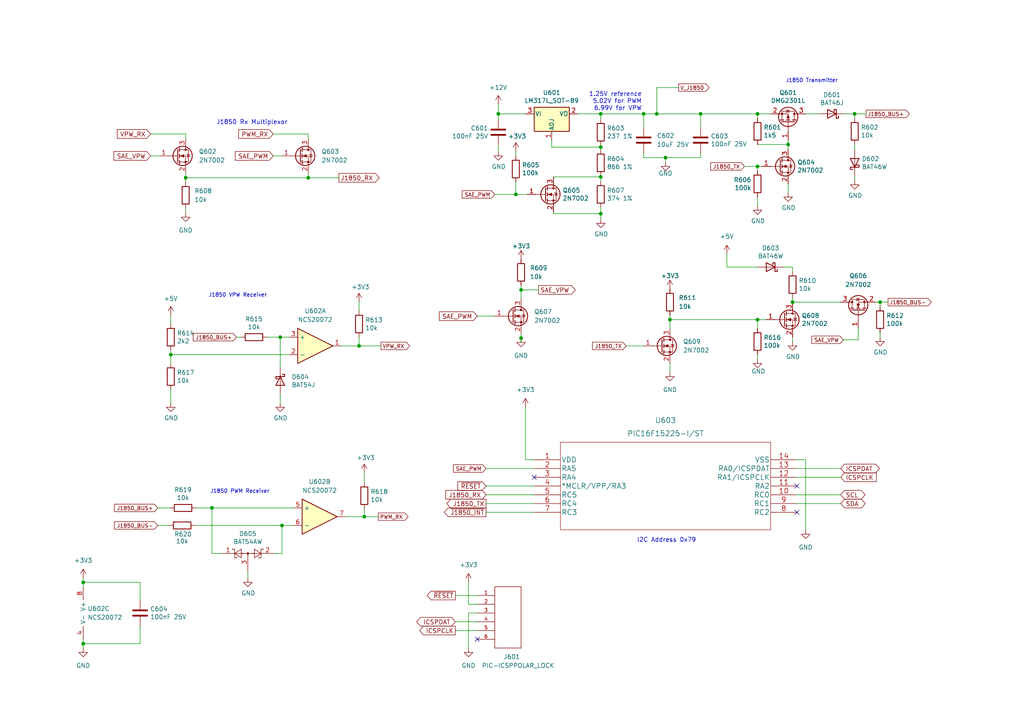
<source format=kicad_sch>
(kicad_sch (version 20211123) (generator eeschema)
  (paper "A4")
  (title_block (title "Vehicle CAN Collector") (date "2022-12-29") (rev "1") (company "Gavin Hurlbut"))
  (lib_symbols
    (symbol "Device:C" (pin_numbers hide) (pin_names (offset 0.254))
      (property "Reference" "C" (at 0.635 2.54 0))
      (property "Value" "C" (at 0.635 -2.54 0))
      (symbol "C_0_1"
        (polyline (pts (xy -2.032 -0.762) (xy 2.032 -0.762)) (stroke (width 0.508)))
        (polyline (pts (xy -2.032 0.762) (xy 2.032 0.762)) (stroke (width 0.508)))
      )
      (symbol "C_1_1"
        (pin passive line (at 0 3.81 270) (length 2.794) (name "~") (number "1"))
        (pin passive line (at 0 -3.81 90) (length 2.794) (name "~") (number "2"))
      )
    )
    (symbol "Device:Opamp_Dual"
      (property "Reference" "U" (at 0 5.08 0))
      (property "Value" "Opamp_Dual" (at 0 -5.08 0))
      (symbol "Opamp_Dual_1_1"
        (polyline (pts (xy -5.08 5.08) (xy 5.08 0) (xy -5.08 -5.08) (xy -5.08 5.08)) (stroke (width 0.254)) (fill (type background)))
        (pin output line (at 7.62 0 180) (length 2.54) (name "~") (number "1"))
        (pin input line (at -7.62 -2.54 0) (length 2.54) (name "-") (number "2"))
        (pin input line (at -7.62 2.54 0) (length 2.54) (name "+") (number "3"))
      )
      (symbol "Opamp_Dual_2_1"
        (polyline (pts (xy -5.08 5.08) (xy 5.08 0) (xy -5.08 -5.08) (xy -5.08 5.08)) (stroke (width 0.254)) (fill (type background)))
        (pin input line (at -7.62 2.54 0) (length 2.54) (name "+") (number "5"))
        (pin input line (at -7.62 -2.54 0) (length 2.54) (name "-") (number "6"))
        (pin output line (at 7.62 0 180) (length 2.54) (name "~") (number "7"))
      )
      (symbol "Opamp_Dual_3_1"
        (pin power_in line (at -2.54 -7.62 90) (length 3.81) (name "V-") (number "4"))
        (pin power_in line (at -2.54 7.62 270) (length 3.81) (name "V+") (number "8"))
      )
    )
    (symbol "Device:R" (pin_numbers hide) (pin_names (offset 0))
      (property "Reference" "R" (at 2.032 0 90))
      (property "Value" "R" (at 0 0 90))
      (symbol "R_0_1"
        (rectangle (start -1.016 -2.54) (end 1.016 2.54) (stroke (width 0.254)))
      )
      (symbol "R_1_1"
        (pin passive line (at 0 3.81 270) (length 1.27) (name "~") (number "1"))
        (pin passive line (at 0 -3.81 90) (length 1.27) (name "~") (number "2"))
      )
    )
    (symbol "Diode:BAT46" (pin_numbers hide) (pin_names (offset 1.016) hide)
      (property "Reference" "D" (at 0 2.54 0))
      (property "Value" "BAT46" (at 0 -2.54 0))
      (symbol "BAT46_0_1"
        (polyline (pts (xy 1.27 0) (xy -1.27 0)))
        (polyline (pts (xy 1.27 1.27) (xy 1.27 -1.27) (xy -1.27 0) (xy 1.27 1.27)) (stroke (width 0.254)))
        (polyline (pts (xy -1.905 0.635) (xy -1.905 1.27) (xy -1.27 1.27) (xy -1.27 -1.27) (xy -0.635 -1.27) (xy -0.635 -0.635)) (stroke (width 0.254)))
      )
      (symbol "BAT46_1_1"
        (pin passive line (at -3.81 0 0) (length 2.54) (name "K") (number "1"))
        (pin passive line (at 3.81 0 180) (length 2.54) (name "A") (number "2"))
      )
    )
    (symbol "Diode:BAT54AW" (pin_names (offset 1.016))
      (property "Reference" "D" (at 0.635 -3.81 0))
      (property "Value" "BAT54AW" (at -6.35 3.175 0))
      (symbol "BAT54AW_0_1"
        (polyline (pts (xy -4.445 1.27) (xy -4.445 1.016)))
        (polyline (pts (xy -3.81 -1.27) (xy -3.81 1.27)))
        (polyline (pts (xy -3.81 -1.27) (xy -3.175 -1.27)))
        (polyline (pts (xy -3.81 0) (xy -1.27 0)))
        (polyline (pts (xy -3.81 1.27) (xy -4.445 1.27)))
        (polyline (pts (xy -3.175 -1.27) (xy -3.175 -1.016)))
        (polyline (pts (xy -1.905 0) (xy 1.905 0)))
        (polyline (pts (xy 1.27 0) (xy 3.81 0)))
        (polyline (pts (xy 3.175 -1.27) (xy 3.175 -1.016)))
        (polyline (pts (xy 3.81 -1.27) (xy 3.175 -1.27)))
        (polyline (pts (xy 3.81 -1.27) (xy 3.81 1.27)))
        (polyline (pts (xy 3.81 1.27) (xy 4.445 1.27)))
        (polyline (pts (xy 4.445 1.27) (xy 4.445 1.016)))
        (polyline (pts (xy -1.905 1.27) (xy -1.905 -1.27) (xy -3.81 0) (xy -1.905 1.27)))
        (polyline (pts (xy 1.905 1.27) (xy 1.905 -1.27) (xy 3.81 0) (xy 1.905 1.27)))
        (circle (center 0 0) (radius 0.254) (fill (type outline)))
      )
      (symbol "BAT54AW_1_1"
        (pin passive line (at -7.62 0 0) (length 3.81) (name "~") (number "1"))
        (pin passive line (at 7.62 0 180) (length 3.81) (name "~") (number "2"))
        (pin passive line (at 0 -5.08 90) (length 5.08) (name "~") (number "3"))
      )
    )
    (symbol "Diode:BAT54J" (pin_numbers hide) (pin_names hide)
      (property "Reference" "D" (at 0 2.54 0))
      (property "Value" "BAT54J" (at 0 -2.54 0))
      (symbol "BAT54J_0_1"
        (polyline (pts (xy 1.27 0) (xy -1.27 0)))
        (polyline (pts (xy 1.27 1.27) (xy 1.27 -1.27) (xy -1.27 0) (xy 1.27 1.27)) (stroke (width 0.254)))
        (polyline (pts (xy -1.905 0.635) (xy -1.905 1.27) (xy -1.27 1.27) (xy -1.27 -1.27) (xy -0.635 -1.27) (xy -0.635 -0.635)) (stroke (width 0.254)))
      )
      (symbol "BAT54J_1_1"
        (pin passive line (at -3.81 0 0) (length 2.54) (name "K") (number "1"))
        (pin passive line (at 3.81 0 180) (length 2.54) (name "A") (number "2"))
      )
    )
    (symbol "Regulator_Linear:LM317L_SOT-89" (pin_names (offset 0.254))
      (property "Reference" "U" (at -3.81 3.175 0))
      (property "Value" "LM317L_SOT-89" (at 0 3.175 0))
      (symbol "LM317L_SOT-89_0_1"
        (rectangle (start -5.08 1.905) (end 5.08 -5.08) (stroke (width 0.254)) (fill (type background)))
      )
      (symbol "LM317L_SOT-89_1_1"
        (pin input line (at 0 -7.62 90) (length 2.54) (name "ADJ") (number "1"))
        (pin power_out line (at 7.62 0 180) (length 2.54) (name "VO") (number "2"))
        (pin power_in line (at -7.62 0 0) (length 2.54) (name "VI") (number "3"))
      )
    )
    (symbol "SparkFun-Connectors:PIC-ICSPPOLAR_LOCK" (pin_names (offset 1.016) hide)
      (property "Reference" "M" (at 2.54 10.16 0))
      (property "Value" "PIC-ICSPPOLAR_LOCK" (at -5.08 -12.7 0))
      (symbol "PIC-ICSPPOLAR_LOCK_1_0"
        (polyline (pts (xy -5.08 -10.16) (xy 2.54 -10.16)))
        (polyline (pts (xy -5.08 7.62) (xy -5.08 -10.16)))
        (polyline (pts (xy 2.54 -10.16) (xy 2.54 7.62)))
        (polyline (pts (xy 2.54 7.62) (xy -5.08 7.62)))
      )
      (symbol "PIC-ICSPPOLAR_LOCK_1_1"
        (pin bidirectional line (at 7.62 -7.62 180) (length 5.08) (name "PGM") (number "1"))
        (pin bidirectional line (at 7.62 -5.08 180) (length 5.08) (name "PGC") (number "2"))
        (pin bidirectional line (at 7.62 -2.54 180) (length 5.08) (name "PGD") (number "3"))
        (pin bidirectional line (at 7.62 0 180) (length 5.08) (name "GND") (number "4"))
        (pin bidirectional line (at 7.62 2.54 180) (length 5.08) (name "VCC") (number "5"))
        (pin bidirectional line (at 7.62 5.08 180) (length 5.08) (name "VPP") (number "6"))
      )
    )
    (symbol "Transistor_FET:2N7002" (pin_names hide)
      (property "Reference" "Q" (at 5.08 1.905 0))
      (property "Value" "2N7002" (at 5.08 0 0))
      (symbol "2N7002_0_1"
        (polyline (pts (xy 0.254 0) (xy -2.54 0)))
        (polyline (pts (xy 0.254 1.905) (xy 0.254 -1.905)) (stroke (width 0.254)))
        (polyline (pts (xy 0.762 -1.27) (xy 0.762 -2.286)) (stroke (width 0.254)))
        (polyline (pts (xy 0.762 0.508) (xy 0.762 -0.508)) (stroke (width 0.254)))
        (polyline (pts (xy 0.762 2.286) (xy 0.762 1.27)) (stroke (width 0.254)))
        (polyline (pts (xy 2.54 2.54) (xy 2.54 1.778)))
        (polyline (pts (xy 2.54 -2.54) (xy 2.54 0) (xy 0.762 0)))
        (polyline (pts (xy 0.762 -1.778) (xy 3.302 -1.778) (xy 3.302 1.778) (xy 0.762 1.778)))
        (polyline (pts (xy 1.016 0) (xy 2.032 0.381) (xy 2.032 -0.381) (xy 1.016 0)) (fill (type outline)))
        (polyline (pts (xy 2.794 0.508) (xy 2.921 0.381) (xy 3.683 0.381) (xy 3.81 0.254)))
        (polyline (pts (xy 3.302 0.381) (xy 2.921 -0.254) (xy 3.683 -0.254) (xy 3.302 0.381)))
        (circle (center 1.651 0) (radius 2.794) (stroke (width 0.254)))
        (circle (center 2.54 -1.778) (radius 0.254) (fill (type outline)))
        (circle (center 2.54 1.778) (radius 0.254) (fill (type outline)))
      )
      (symbol "2N7002_1_1"
        (pin input line (at -5.08 0 0) (length 2.54) (name "G") (number "1"))
        (pin passive line (at 2.54 -5.08 90) (length 2.54) (name "S") (number "2"))
        (pin passive line (at 2.54 5.08 270) (length 2.54) (name "D") (number "3"))
      )
    )
    (symbol "Transistor_FET:DMG2301L" (pin_names hide)
      (property "Reference" "Q" (at 5.08 1.905 0))
      (property "Value" "DMG2301L" (at 5.08 0 0))
      (symbol "DMG2301L_0_1"
        (polyline (pts (xy 0.254 0) (xy -2.54 0)))
        (polyline (pts (xy 0.254 1.905) (xy 0.254 -1.905)) (stroke (width 0.254)))
        (polyline (pts (xy 0.762 -1.27) (xy 0.762 -2.286)) (stroke (width 0.254)))
        (polyline (pts (xy 0.762 0.508) (xy 0.762 -0.508)) (stroke (width 0.254)))
        (polyline (pts (xy 0.762 2.286) (xy 0.762 1.27)) (stroke (width 0.254)))
        (polyline (pts (xy 2.54 2.54) (xy 2.54 1.778)))
        (polyline (pts (xy 2.54 -2.54) (xy 2.54 0) (xy 0.762 0)))
        (polyline (pts (xy 0.762 1.778) (xy 3.302 1.778) (xy 3.302 -1.778) (xy 0.762 -1.778)))
        (polyline (pts (xy 2.286 0) (xy 1.27 0.381) (xy 1.27 -0.381) (xy 2.286 0)) (fill (type outline)))
        (polyline (pts (xy 2.794 -0.508) (xy 2.921 -0.381) (xy 3.683 -0.381) (xy 3.81 -0.254)))
        (polyline (pts (xy 3.302 -0.381) (xy 2.921 0.254) (xy 3.683 0.254) (xy 3.302 -0.381)))
        (circle (center 1.651 0) (radius 2.794) (stroke (width 0.254)))
        (circle (center 2.54 -1.778) (radius 0.254) (fill (type outline)))
        (circle (center 2.54 1.778) (radius 0.254) (fill (type outline)))
      )
      (symbol "DMG2301L_1_1"
        (pin input line (at -5.08 0 0) (length 2.54) (name "G") (number "1"))
        (pin passive line (at 2.54 -5.08 90) (length 2.54) (name "S") (number "2"))
        (pin passive line (at 2.54 5.08 270) (length 2.54) (name "D") (number "3"))
      )
    )
    (symbol "UltraLibrarian:PIC16F15225-I{brace}slash}ST" (pin_names (offset 0.254))
      (property "Reference" "U" (at 38.1 10.16 0))
      (property "Value" "PIC16F15225-I{brace}slash}ST" (at 38.1 7.62 0))
      (symbol "PIC16F15225-I{brace}slash}ST_1_1"
        (polyline (pts (xy 7.62 -20.32) (xy 68.58 -20.32)) (stroke (width 0.127)))
        (polyline (pts (xy 7.62 5.08) (xy 7.62 -20.32)) (stroke (width 0.127)))
        (polyline (pts (xy 68.58 -20.32) (xy 68.58 5.08)) (stroke (width 0.127)))
        (polyline (pts (xy 68.58 5.08) (xy 7.62 5.08)) (stroke (width 0.127)))
        (pin power_in line (at 0 0 0) (length 7.62) (name "VDD") (number "1"))
        (pin bidirectional line (at 76.2 -10.16 180) (length 7.62) (name "RC0") (number "10"))
        (pin bidirectional line (at 76.2 -7.62 180) (length 7.62) (name "RA2") (number "11"))
        (pin bidirectional line (at 76.2 -5.08 180) (length 7.62) (name "RA1/ICSPCLK") (number "12"))
        (pin bidirectional line (at 76.2 -2.54 180) (length 7.62) (name "RA0/ICSPDAT") (number "13"))
        (pin power_in line (at 76.2 0 180) (length 7.62) (name "VSS") (number "14"))
        (pin bidirectional line (at 0 -2.54 0) (length 7.62) (name "RA5") (number "2"))
        (pin bidirectional line (at 0 -5.08 0) (length 7.62) (name "RA4") (number "3"))
        (pin bidirectional line (at 0 -7.62 0) (length 7.62) (name "*MCLR/VPP/RA3") (number "4"))
        (pin bidirectional line (at 0 -10.16 0) (length 7.62) (name "RC5") (number "5"))
        (pin bidirectional line (at 0 -12.7 0) (length 7.62) (name "RC4") (number "6"))
        (pin bidirectional line (at 0 -15.24 0) (length 7.62) (name "RC3") (number "7"))
        (pin bidirectional line (at 76.2 -15.24 180) (length 7.62) (name "RC2") (number "8"))
        (pin bidirectional line (at 76.2 -12.7 180) (length 7.62) (name "RC1") (number "9"))
      )
    )
    (symbol "power:+12V" (power) (pin_names (offset 0))
      (property "Value" "+12V" (at 0 3.556 0))
      (symbol "+12V_0_1"
        (polyline (pts (xy -0.762 1.27) (xy 0 2.54)))
        (polyline (pts (xy 0 0) (xy 0 2.54)))
        (polyline (pts (xy 0 2.54) (xy 0.762 1.27)))
      )
      (symbol "+12V_1_1"
        (pin power_in line (at 0 0 90) (length 0) hide (name "+12V") (number "1"))
      )
    )
    (symbol "power:+3V3" (power) (pin_names (offset 0))
      (property "Value" "+3V3" (at 0 3.556 0))
      (symbol "+3V3_0_1"
        (polyline (pts (xy -0.762 1.27) (xy 0 2.54)))
        (polyline (pts (xy 0 0) (xy 0 2.54)))
        (polyline (pts (xy 0 2.54) (xy 0.762 1.27)))
      )
      (symbol "+3V3_1_1"
        (pin power_in line (at 0 0 90) (length 0) hide (name "+3V3") (number "1"))
      )
    )
    (symbol "power:+5V" (power) (pin_names (offset 0))
      (property "Value" "+5V" (at 0 3.556 0))
      (symbol "+5V_0_1"
        (polyline (pts (xy -0.762 1.27) (xy 0 2.54)))
        (polyline (pts (xy 0 0) (xy 0 2.54)))
        (polyline (pts (xy 0 2.54) (xy 0.762 1.27)))
      )
      (symbol "+5V_1_1"
        (pin power_in line (at 0 0 90) (length 0) hide (name "+5V") (number "1"))
      )
    )
    (symbol "power:GND" (power) (pin_names (offset 0))
      (property "Value" "GND" (at 0 -3.81 0))
      (symbol "GND_0_1"
        (polyline (pts (xy 0 0) (xy 0 -1.27) (xy 1.27 -1.27) (xy 0 -2.54) (xy -1.27 -1.27) (xy 0 -1.27)))
      )
      (symbol "GND_1_1"
        (pin power_in line (at 0 0 270) (length 0) hide (name "GND") (number "1"))
      )
    )
  )
  (junction (at 81.28 97.79))
  (junction (at 219.71 92.71))
  (junction (at 190.5 33.02))
  (junction (at 24.13 186.69))
  (junction (at 255.27 87.63))
  (junction (at 174.244 51.308))
  (junction (at 24.13 168.91))
  (junction (at 149.606 56.388))
  (junction (at 61.468 147.32))
  (junction (at 151.13 98.044))
  (junction (at 174.244 33.02))
  (junction (at 144.526 33.02))
  (junction (at 219.71 33.02))
  (junction (at 247.904 33.02))
  (junction (at 193.04 45.72))
  (junction (at 151.13 84.074))
  (junction (at 89.408 51.562))
  (junction (at 104.14 100.33))
  (junction (at 105.664 149.86))
  (junction (at 49.53 102.87))
  (junction (at 194.31 92.71))
  (junction (at 203.2 33.02))
  (junction (at 174.244 42.672))
  (junction (at 229.87 87.63))
  (junction (at 219.71 48.26))
  (junction (at 186.69 33.02))
  (junction (at 228.6 41.91))
  (junction (at 81.788 152.4))
  (junction (at 174.244 61.976))
  (junction (at 53.848 51.562))
  (no_connect (at 154.94 138.43))
  (no_connect (at 138.43 185.42))
  (no_connect (at 231.14 148.59))
  (no_connect (at 231.14 140.97))
  (wire (pts (xy 105.664 139.954) (xy 105.664 137.16)))
  (wire (pts (xy 89.408 51.562) (xy 89.408 50.292)))
  (wire (pts (xy 174.244 42.164) (xy 174.244 42.672)))
  (wire (pts (xy 231.14 146.05) (xy 243.84 146.05)))
  (wire (pts (xy 43.688 45.212) (xy 46.228 45.212)))
  (wire (pts (xy 109.728 149.86) (xy 105.664 149.86)))
  (wire (pts (xy 174.244 63.5) (xy 174.244 61.976)))
  (wire (pts (xy 190.5 33.02) (xy 203.2 33.02)))
  (wire (pts (xy 152.4 118.11) (xy 152.4 133.35)))
  (wire (pts (xy 160.528 51.308) (xy 174.244 51.308)))
  (wire (pts (xy 219.71 57.15) (xy 219.71 59.69)))
  (wire (pts (xy 174.244 33.02) (xy 186.69 33.02)))
  (wire (pts (xy 228.6 53.34) (xy 228.6 55.88)))
  (wire (pts (xy 219.71 92.71) (xy 222.25 92.71)))
  (wire (pts (xy 194.31 91.44) (xy 194.31 92.71)))
  (wire (pts (xy 229.87 86.36) (xy 229.87 87.63)))
  (wire (pts (xy 81.28 97.79) (xy 83.82 97.79)))
  (wire (pts (xy 79.502 160.528) (xy 81.788 160.528)))
  (wire (pts (xy 233.68 153.67) (xy 233.68 133.35)))
  (wire (pts (xy 140.97 143.51) (xy 154.94 143.51)))
  (wire (pts (xy 167.64 33.02) (xy 174.244 33.02)))
  (wire (pts (xy 174.244 61.976) (xy 174.244 60.198)))
  (wire (pts (xy 104.14 100.33) (xy 104.14 97.79)))
  (wire (pts (xy 135.89 168.91) (xy 135.89 175.26)))
  (wire (pts (xy 219.71 41.91) (xy 228.6 41.91)))
  (wire (pts (xy 140.97 135.89) (xy 154.94 135.89)))
  (wire (pts (xy 247.904 33.02) (xy 251.206 33.02)))
  (wire (pts (xy 151.13 82.804) (xy 151.13 84.074)))
  (wire (pts (xy 49.53 113.03) (xy 49.53 116.84)))
  (wire (pts (xy 85.09 152.4) (xy 81.788 152.4)))
  (wire (pts (xy 61.468 160.528) (xy 61.468 147.32)))
  (wire (pts (xy 229.87 78.74) (xy 229.87 77.47)))
  (wire (pts (xy 149.606 43.942) (xy 149.606 45.212)))
  (wire (pts (xy 149.606 56.388) (xy 152.908 56.388)))
  (wire (pts (xy 215.9 48.26) (xy 219.71 48.26)))
  (wire (pts (xy 229.87 97.79) (xy 229.87 99.06)))
  (wire (pts (xy 140.97 148.59) (xy 154.94 148.59)))
  (wire (pts (xy 43.688 38.862) (xy 53.848 38.862)))
  (wire (pts (xy 40.64 173.99) (xy 40.64 168.91)))
  (wire (pts (xy 174.244 51.054) (xy 174.244 51.308)))
  (wire (pts (xy 24.13 186.69) (xy 24.13 187.96)))
  (wire (pts (xy 81.28 106.68) (xy 81.28 97.79)))
  (wire (pts (xy 143.51 56.388) (xy 149.606 56.388)))
  (wire (pts (xy 135.89 187.96) (xy 135.89 177.8)))
  (wire (pts (xy 254 87.63) (xy 255.27 87.63)))
  (wire (pts (xy 194.31 92.71) (xy 219.71 92.71)))
  (wire (pts (xy 203.2 33.02) (xy 203.2 36.83)))
  (wire (pts (xy 247.904 34.29) (xy 247.904 33.02)))
  (wire (pts (xy 219.71 48.26) (xy 220.98 48.26)))
  (wire (pts (xy 24.13 167.64) (xy 24.13 168.91)))
  (wire (pts (xy 40.64 168.91) (xy 24.13 168.91)))
  (wire (pts (xy 160.528 61.468) (xy 160.528 61.976)))
  (wire (pts (xy 210.82 77.47) (xy 219.71 77.47)))
  (wire (pts (xy 247.904 51.054) (xy 247.904 52.324)))
  (wire (pts (xy 231.14 135.89) (xy 243.84 135.89)))
  (wire (pts (xy 231.14 138.43) (xy 243.84 138.43)))
  (wire (pts (xy 186.69 44.45) (xy 186.69 45.72)))
  (wire (pts (xy 219.71 48.26) (xy 219.71 49.53)))
  (wire (pts (xy 219.71 102.87) (xy 219.71 104.14)))
  (wire (pts (xy 181.61 100.33) (xy 186.69 100.33)))
  (wire (pts (xy 104.14 100.33) (xy 110.49 100.33)))
  (wire (pts (xy 194.31 105.41) (xy 194.31 107.95)))
  (wire (pts (xy 45.72 147.32) (xy 49.276 147.32)))
  (wire (pts (xy 135.89 175.26) (xy 138.43 175.26)))
  (wire (pts (xy 160.02 42.672) (xy 174.244 42.672)))
  (wire (pts (xy 81.28 114.3) (xy 81.28 116.84)))
  (wire (pts (xy 174.244 42.672) (xy 174.244 43.434)))
  (wire (pts (xy 104.14 87.63) (xy 104.14 90.17)))
  (wire (pts (xy 210.82 73.66) (xy 210.82 77.47)))
  (wire (pts (xy 61.468 147.32) (xy 56.896 147.32)))
  (wire (pts (xy 244.602 98.552) (xy 248.92 98.552)))
  (wire (pts (xy 219.71 33.02) (xy 219.71 34.29)))
  (wire (pts (xy 233.68 33.02) (xy 237.49 33.02)))
  (wire (pts (xy 53.848 51.562) (xy 53.848 52.832)))
  (wire (pts (xy 135.89 177.8) (xy 138.43 177.8)))
  (wire (pts (xy 193.04 45.72) (xy 203.2 45.72)))
  (wire (pts (xy 49.53 102.87) (xy 49.53 105.41)))
  (wire (pts (xy 144.526 30.226) (xy 144.526 33.02)))
  (wire (pts (xy 174.244 51.308) (xy 174.244 52.578)))
  (wire (pts (xy 151.13 96.774) (xy 151.13 98.044)))
  (wire (pts (xy 228.6 41.91) (xy 228.6 43.18)))
  (wire (pts (xy 151.13 84.074) (xy 151.13 86.614)))
  (wire (pts (xy 100.33 149.86) (xy 105.664 149.86)))
  (wire (pts (xy 140.97 146.05) (xy 154.94 146.05)))
  (wire (pts (xy 53.848 51.562) (xy 89.408 51.562)))
  (wire (pts (xy 229.87 87.63) (xy 243.84 87.63)))
  (wire (pts (xy 99.06 100.33) (xy 104.14 100.33)))
  (wire (pts (xy 24.13 168.91) (xy 24.13 170.18)))
  (wire (pts (xy 105.664 147.574) (xy 105.664 149.86)))
  (wire (pts (xy 245.11 33.02) (xy 247.904 33.02)))
  (wire (pts (xy 255.27 97.79) (xy 255.27 96.52)))
  (wire (pts (xy 186.69 45.72) (xy 193.04 45.72)))
  (wire (pts (xy 49.53 91.44) (xy 49.53 93.98)))
  (wire (pts (xy 219.71 33.02) (xy 223.52 33.02)))
  (wire (pts (xy 203.2 45.72) (xy 203.2 44.45)))
  (wire (pts (xy 79.248 38.862) (xy 89.408 38.862)))
  (wire (pts (xy 255.27 87.63) (xy 257.556 87.63)))
  (wire (pts (xy 174.244 34.544) (xy 174.244 33.02)))
  (wire (pts (xy 219.71 92.71) (xy 219.71 95.25)))
  (wire (pts (xy 132.08 172.72) (xy 138.43 172.72)))
  (wire (pts (xy 144.526 34.544) (xy 144.526 33.02)))
  (wire (pts (xy 24.13 185.42) (xy 24.13 186.69)))
  (wire (pts (xy 89.408 51.562) (xy 98.298 51.562)))
  (wire (pts (xy 40.64 181.61) (xy 40.64 186.69)))
  (wire (pts (xy 231.14 143.51) (xy 243.84 143.51)))
  (wire (pts (xy 68.58 97.79) (xy 69.85 97.79)))
  (wire (pts (xy 151.13 84.074) (xy 156.21 84.074)))
  (wire (pts (xy 186.69 33.02) (xy 190.5 33.02)))
  (wire (pts (xy 79.248 45.212) (xy 81.788 45.212)))
  (wire (pts (xy 85.09 147.32) (xy 61.468 147.32)))
  (wire (pts (xy 53.848 38.862) (xy 53.848 40.132)))
  (wire (pts (xy 160.528 61.976) (xy 174.244 61.976)))
  (wire (pts (xy 194.31 92.71) (xy 194.31 95.25)))
  (wire (pts (xy 71.882 167.64) (xy 71.882 165.608)))
  (wire (pts (xy 149.606 52.832) (xy 149.606 56.388)))
  (wire (pts (xy 81.788 152.4) (xy 56.642 152.4)))
  (wire (pts (xy 138.43 91.694) (xy 143.51 91.694)))
  (wire (pts (xy 233.68 133.35) (xy 231.14 133.35)))
  (wire (pts (xy 49.53 102.87) (xy 83.82 102.87)))
  (wire (pts (xy 53.848 61.722) (xy 53.848 60.452)))
  (wire (pts (xy 196.85 25.4) (xy 190.5 25.4)))
  (wire (pts (xy 132.08 182.88) (xy 138.43 182.88)))
  (wire (pts (xy 248.92 98.552) (xy 248.92 95.25)))
  (wire (pts (xy 152.4 133.35) (xy 154.94 133.35)))
  (wire (pts (xy 228.6 40.64) (xy 228.6 41.91)))
  (wire (pts (xy 144.526 33.02) (xy 152.4 33.02)))
  (wire (pts (xy 190.5 25.4) (xy 190.5 33.02)))
  (wire (pts (xy 45.72 152.4) (xy 49.022 152.4)))
  (wire (pts (xy 77.47 97.79) (xy 81.28 97.79)))
  (wire (pts (xy 193.04 45.72) (xy 193.04 46.99)))
  (wire (pts (xy 64.262 160.528) (xy 61.468 160.528)))
  (wire (pts (xy 40.64 186.69) (xy 24.13 186.69)))
  (wire (pts (xy 160.02 40.64) (xy 160.02 42.672)))
  (wire (pts (xy 49.53 101.6) (xy 49.53 102.87)))
  (wire (pts (xy 247.904 41.91) (xy 247.904 43.434)))
  (wire (pts (xy 140.97 140.97) (xy 154.94 140.97)))
  (wire (pts (xy 89.408 38.862) (xy 89.408 40.132)))
  (wire (pts (xy 132.08 180.34) (xy 138.43 180.34)))
  (wire (pts (xy 151.13 98.044) (xy 151.13 99.314)))
  (wire (pts (xy 186.69 33.02) (xy 186.69 36.83)))
  (wire (pts (xy 203.2 33.02) (xy 219.71 33.02)))
  (wire (pts (xy 255.27 88.9) (xy 255.27 87.63)))
  (wire (pts (xy 144.526 43.942) (xy 144.526 42.164)))
  (wire (pts (xy 81.788 160.528) (xy 81.788 152.4)))
  (wire (pts (xy 229.87 77.47) (xy 227.33 77.47)))
  (wire (pts (xy 53.848 50.292) (xy 53.848 51.562)))
  (text "J1850 Transmitter" (at 227.838 24.13 0) (effects (font (size 1.0922 1.0922)) (justify left bottom)))
  (text "J1850 Rx Multiplexor" (at 62.738 36.322 0) (effects (font (size 1.27 1.27)) (justify left bottom)))
  (text "J1850 VPW Receiver" (at 77.47 86.36 180) (effects (font (size 1.0922 1.0922)) (justify right bottom)))
  (text "I2C Address 0x79" (at 201.93 157.48 180) (effects (font (size 1.27 1.27)) (justify right bottom)))
  (text "J1850 PWM Receiver" (at 78.232 143.256 180) (effects (font (size 1.0922 1.0922)) (justify right bottom)))
  (text "1.25V reference\n5.02V for PWM\n6.99V for VPW" (at 186.182 32.258 180) (effects (font (size 1.27 1.27)) (justify right bottom)))
  (global_label "SAE_VPW" (shape input) (at 43.688 45.212 180) (property "Intersheet References" "${INTERSHEET_REFS}" (effects hide)))
  (global_label "~{J1850_INT}" (shape output) (at 140.97 148.59 180) (property "Intersheet References" "${INTERSHEET_REFS}" (effects hide)))
  (global_label "SAE_PWM" (shape input) (at 79.248 45.212 180) (property "Intersheet References" "${INTERSHEET_REFS}" (effects hide)))
  (global_label "ICSPDAT" (shape bidirectional) (at 243.84 135.89 0) (property "Intersheet References" "${INTERSHEET_REFS}" (effects hide)))
  (global_label "J1850_RX" (shape input) (at 140.97 143.51 180) (property "Intersheet References" "${INTERSHEET_REFS}" (effects hide)))
  (global_label "ICSPCLK" (shape input) (at 243.84 138.43 0) (property "Intersheet References" "${INTERSHEET_REFS}" (effects hide)))
  (global_label "J1850_BUS+" (shape output) (at 251.206 33.02 0) (effects (font (size 1.0922 1.0922))) (property "Intersheet References" "${INTERSHEET_REFS}" (effects hide)))
  (global_label "SAE_VPW" (shape input) (at 244.602 98.552 180) (effects (font (size 1.0922 1.0922))) (property "Intersheet References" "${INTERSHEET_REFS}" (effects hide)))
  (global_label "ICSPCLK" (shape output) (at 132.08 182.88 180) (property "Intersheet References" "${INTERSHEET_REFS}" (effects hide)))
  (global_label "J1850_BUS+" (shape input) (at 45.72 147.32 180) (effects (font (size 1.0922 1.0922))) (property "Intersheet References" "${INTERSHEET_REFS}" (effects hide)))
  (global_label "~{RESET}" (shape output) (at 132.08 172.72 180) (property "Intersheet References" "${INTERSHEET_REFS}" (effects hide)))
  (global_label "SAE_PWM" (shape input) (at 140.97 135.89 180) (effects (font (size 1.0922 1.0922))) (property "Intersheet References" "${INTERSHEET_REFS}" (effects hide)))
  (global_label "J1850_TX" (shape input) (at 181.61 100.33 180) (effects (font (size 1.0922 1.0922))) (property "Intersheet References" "${INTERSHEET_REFS}" (effects hide)))
  (global_label "J1850_RX" (shape output) (at 98.298 51.562 0) (property "Intersheet References" "${INTERSHEET_REFS}" (effects hide)))
  (global_label "VPW_RX" (shape output) (at 110.49 100.33 0) (effects (font (size 1.0922 1.0922))) (property "Intersheet References" "${INTERSHEET_REFS}" (effects hide)))
  (global_label "SAE_PWM" (shape input) (at 138.43 91.694 180) (property "Intersheet References" "${INTERSHEET_REFS}" (effects hide)))
  (global_label "PWM_RX" (shape input) (at 79.248 38.862 180) (property "Intersheet References" "${INTERSHEET_REFS}" (effects hide)))
  (global_label "J1850_BUS-" (shape input) (at 45.72 152.4 180) (effects (font (size 1.0922 1.0922))) (property "Intersheet References" "${INTERSHEET_REFS}" (effects hide)))
  (global_label "ICSPDAT" (shape bidirectional) (at 132.08 180.34 180) (property "Intersheet References" "${INTERSHEET_REFS}" (effects hide)))
  (global_label "J1850_TX" (shape output) (at 140.97 146.05 180) (property "Intersheet References" "${INTERSHEET_REFS}" (effects hide)))
  (global_label "V_J1850" (shape output) (at 196.85 25.4 0) (effects (font (size 1.0922 1.0922))) (property "Intersheet References" "${INTERSHEET_REFS}" (effects hide)))
  (global_label "SDA" (shape bidirectional) (at 243.84 146.05 0) (property "Intersheet References" "${INTERSHEET_REFS}" (effects hide)))
  (global_label "PWM_RX" (shape output) (at 109.728 149.86 0) (effects (font (size 1.0922 1.0922))) (property "Intersheet References" "${INTERSHEET_REFS}" (effects hide)))
  (global_label "SAE_VPW" (shape output) (at 156.21 84.074 0) (property "Intersheet References" "${INTERSHEET_REFS}" (effects hide)))
  (global_label "~{RESET}" (shape input) (at 140.97 140.97 180) (property "Intersheet References" "${INTERSHEET_REFS}" (effects hide)))
  (global_label "J1850_TX" (shape input) (at 215.9 48.26 180) (effects (font (size 1.0922 1.0922))) (property "Intersheet References" "${INTERSHEET_REFS}" (effects hide)))
  (global_label "SAE_PWM" (shape input) (at 143.51 56.388 180) (effects (font (size 1.0922 1.0922))) (property "Intersheet References" "${INTERSHEET_REFS}" (effects hide)))
  (global_label "SCL" (shape bidirectional) (at 243.84 143.51 0) (property "Intersheet References" "${INTERSHEET_REFS}" (effects hide)))
  (global_label "J1850_BUS+" (shape input) (at 68.58 97.79 180) (effects (font (size 1.0922 1.0922))) (property "Intersheet References" "${INTERSHEET_REFS}" (effects hide)))
  (global_label "J1850_BUS-" (shape output) (at 257.556 87.63 0) (effects (font (size 1.0922 1.0922))) (property "Intersheet References" "${INTERSHEET_REFS}" (effects hide)))
  (global_label "VPW_RX" (shape input) (at 43.688 38.862 180) (property "Intersheet References" "${INTERSHEET_REFS}" (effects hide)))
  (symbol (lib_id "Device:R") (at 174.244 38.354 0) (unit 1)
    (property "Reference" "R603" (at 176.022 37.1856 0) (effects (justify left)))
    (property "Value" "237 1%" (at 176.022 39.497 0) (effects (justify left)))
    (property "Footprint" "Resistor_SMD:R_0805_2012Metric_Pad1.20x1.40mm_HandSolder" (effects hide))
  )
  (symbol (lib_id "Device:Opamp_Dual") (at 91.44 100.33 0) (unit 1)
    (property "Reference" "U602" (at 91.44 90.17 0))
    (property "Value" "NCS20072" (at 91.44 92.71 0))
    (property "Footprint" "Package_SO:TSSOP-8_4.4x3mm_P0.65mm" (effects hide))
  )
  (symbol (lib_id "Transistor_FET:2N7002") (at 227.33 92.71 0) (unit 1)
    (property "Reference" "Q608" (at 232.5116 91.5416 0) (effects (justify left)))
    (property "Value" "2N7002" (at 232.5116 93.853 0) (effects (justify left)))
    (property "Footprint" "Package_TO_SOT_SMD:SOT-23" (effects hide))
    (property "Datasheet" "https://www.onsemi.com/pub/Collateral/NDS7002A-D.PDF" (effects hide))
  )
  (symbol (lib_id "Diode:BAT46") (at 223.52 77.47 180) (unit 1)
    (property "Reference" "D603" (at 223.52 71.9582 0))
    (property "Value" "BAT46W" (at 223.52 74.2696 0))
    (property "Footprint" "Diode_SMD:D_SOD-123" (effects hide))
    (property "Datasheet" "http://www.vishay.com/docs/85662/bat46.pdf" (effects hide))
  )
  (symbol (lib_id "Regulator_Linear:LM317L_SOT-89") (at 160.02 33.02 0) (unit 1)
    (property "Reference" "U601" (at 160.02 26.8732 0))
    (property "Value" "LM317L_SOT-89" (at 160.02 29.1846 0))
    (property "Footprint" "Package_TO_SOT_SMD:SOT-89-3" (effects hide))
    (property "Datasheet" "http://www.ti.com/lit/ds/symlink/lm317l.pdf" (effects hide))
  )
  (symbol (lib_id "Device:R") (at 151.13 78.994 0) (unit 1)
    (property "Reference" "R609" (at 153.67 77.7239 0) (effects (justify left)))
    (property "Value" "10k" (at 153.67 80.2639 0) (effects (justify left)))
    (property "Footprint" "Resistor_SMD:R_0805_2012Metric_Pad1.20x1.40mm_HandSolder" (effects hide))
  )
  (symbol (lib_id "Device:R") (at 219.71 99.06 0) (unit 1)
    (property "Reference" "R616" (at 221.488 97.8916 0) (effects (justify left)))
    (property "Value" "100k" (at 221.488 100.203 0) (effects (justify left)))
    (property "Footprint" "Resistor_SMD:R_0805_2012Metric_Pad1.20x1.40mm_HandSolder" (effects hide))
  )
  (symbol (lib_id "Device:R") (at 105.664 143.764 180) (unit 1)
    (property "Reference" "R618" (at 107.442 142.5956 0) (effects (justify right)))
    (property "Value" "10k" (at 107.442 144.907 0) (effects (justify right)))
    (property "Footprint" "Resistor_SMD:R_0805_2012Metric_Pad1.20x1.40mm_HandSolder" (effects hide))
  )
  (symbol (lib_id "Diode:BAT54J") (at 81.28 110.49 270) (unit 1)
    (property "Reference" "D604" (at 84.5566 109.3216 90) (effects (justify left)))
    (property "Value" "BAT54J" (at 84.5566 111.633 90) (effects (justify left)))
    (property "Footprint" "Diode_SMD:D_SOD-123" (effects hide))
    (property "Datasheet" "https://assets.nexperia.com/documents/data-sheet/BAT54W_SER.pdf" (effects hide))
  )
  (symbol (lib_id "power:GND") (at 255.27 97.79 0) (unit 1)
    (property "Reference" "#PWR0614" (effects hide))
    (property "Value" "GND" (at 255.397 102.1842 0))
  )
  (symbol (lib_id "Device:C") (at 186.69 40.64 0) (unit 1)
    (property "Reference" "C602" (at 190.5 39.3699 0) (effects (justify left)))
    (property "Value" "10uF 25V" (at 190.5 41.9099 0) (effects (justify left)))
    (property "Footprint" "Capacitor_SMD:C_0805_2012Metric_Pad1.18x1.45mm_HandSolder" (effects hide))
  )
  (symbol (lib_id "power:+3V3") (at 135.89 168.91 0) (unit 1)
    (property "Reference" "#PWR0626" (effects hide))
    (property "Value" "+3V3" (at 135.89 163.83 0))
  )
  (symbol (lib_id "Device:R") (at 73.66 97.79 270) (unit 1)
    (property "Reference" "R615" (at 73.66 92.5322 90))
    (property "Value" "10k" (at 73.66 94.8436 90))
    (property "Footprint" "Resistor_SMD:R_0805_2012Metric_Pad1.20x1.40mm_HandSolder" (effects hide))
  )
  (symbol (lib_id "Device:R") (at 52.832 152.4 90) (unit 1)
    (property "Reference" "R620" (at 53.086 154.94 90))
    (property "Value" "10k" (at 52.832 156.972 90))
    (property "Footprint" "Resistor_SMD:R_0805_2012Metric_Pad1.20x1.40mm_HandSolder" (effects hide))
  )
  (symbol (lib_id "power:+5V") (at 210.82 73.66 0) (unit 1)
    (property "Reference" "#PWR0610" (effects hide))
    (property "Value" "+5V" (at 210.82 68.58 0))
  )
  (symbol (lib_id "power:+3V3") (at 149.606 43.942 0) (unit 1)
    (property "Reference" "#PWR0603" (effects hide))
    (property "Value" "+3V3" (at 149.987 39.5478 0))
  )
  (symbol (lib_id "Device:R") (at 194.31 87.63 0) (unit 1)
    (property "Reference" "R611" (at 196.85 86.3599 0) (effects (justify left)))
    (property "Value" "10k" (at 196.85 88.8999 0) (effects (justify left)))
    (property "Footprint" "Resistor_SMD:R_0805_2012Metric_Pad1.20x1.40mm_HandSolder" (effects hide))
  )
  (symbol (lib_id "power:GND") (at 135.89 187.96 0) (unit 1)
    (property "Reference" "#PWR0628" (effects hide))
    (property "Value" "GND" (at 135.89 193.04 0))
  )
  (symbol (lib_id "power:GND") (at 233.68 153.67 0) (unit 1)
    (property "Reference" "#PWR0623" (effects hide))
    (property "Value" "GND" (at 233.68 158.75 0))
  )
  (symbol (lib_id "power:+3V3") (at 104.14 87.63 0) (unit 1)
    (property "Reference" "#PWR0613" (effects hide))
    (property "Value" "+3V3" (at 104.521 83.2358 0))
  )
  (symbol (lib_id "Transistor_FET:DMG2301L") (at 228.6 35.56 270) (mirror x) (unit 1)
    (property "Reference" "Q601" (at 228.6 26.8732 90))
    (property "Value" "DMG2301L" (at 228.6 29.1846 90))
    (property "Footprint" "Package_TO_SOT_SMD:SOT-23" (effects hide))
    (property "Datasheet" "https://www.diodes.com/assets/Datasheets/DMG2301L.pdf" (effects hide))
  )
  (symbol (lib_id "power:+3V3") (at 194.31 83.82 0) (unit 1)
    (property "Reference" "#PWR0612" (effects hide))
    (property "Value" "+3V3" (at 194.31 80.01 0))
  )
  (symbol (lib_id "Device:R") (at 53.848 56.642 0) (unit 1)
    (property "Reference" "R608" (at 56.388 55.3719 0) (effects (justify left)))
    (property "Value" "10k" (at 56.388 57.9119 0) (effects (justify left)))
    (property "Footprint" "Resistor_SMD:R_0805_2012Metric_Pad1.20x1.40mm_HandSolder" (effects hide))
  )
  (symbol (lib_id "Device:R") (at 219.71 38.1 0) (unit 1)
    (property "Reference" "R601" (at 221.488 36.9316 0) (effects (justify left)))
    (property "Value" "1k5" (at 221.488 39.243 0) (effects (justify left)))
    (property "Footprint" "Resistor_SMD:R_0805_2012Metric_Pad1.20x1.40mm_HandSolder" (effects hide))
  )
  (symbol (lib_id "power:GND") (at 151.13 98.044 0) (unit 1)
    (property "Reference" "#PWR0615" (effects hide))
    (property "Value" "GND" (at 151.13 103.124 0))
  )
  (symbol (lib_id "power:GND") (at 219.71 104.14 0) (unit 1)
    (property "Reference" "#PWR0617" (effects hide))
    (property "Value" "GND" (at 219.964 107.696 0))
  )
  (symbol (lib_id "Diode:BAT54AW") (at 71.882 160.528 0) (unit 1)
    (property "Reference" "D605" (at 71.882 154.813 0))
    (property "Value" "BAT54AW" (at 71.882 157.1244 0))
    (property "Footprint" "Package_TO_SOT_SMD:SOT-323_SC-70" (effects hide))
    (property "Datasheet" "https://assets.nexperia.com/documents/data-sheet/BAT54W_SER.pdf" (effects hide))
  )
  (symbol (lib_id "power:GND") (at 219.71 59.69 0) (unit 1)
    (property "Reference" "#PWR0607" (effects hide))
    (property "Value" "GND" (at 219.837 64.0842 0))
  )
  (symbol (lib_id "power:+3V3") (at 152.4 118.11 0) (unit 1)
    (property "Reference" "#PWR0621" (effects hide))
    (property "Value" "+3V3" (at 152.4 113.03 0))
  )
  (symbol (lib_id "Device:C") (at 40.64 177.8 180) (unit 1)
    (property "Reference" "C604" (at 43.5356 176.6316 0) (effects (justify right)))
    (property "Value" "100nF 25V" (at 43.5356 178.943 0) (effects (justify right)))
    (property "Footprint" "Capacitor_SMD:C_0805_2012Metric_Pad1.18x1.45mm_HandSolder" (effects hide))
  )
  (symbol (lib_id "power:GND") (at 49.53 116.84 0) (unit 1)
    (property "Reference" "#PWR0619" (effects hide))
    (property "Value" "GND" (at 49.657 121.2342 0))
  )
  (symbol (lib_id "Transistor_FET:2N7002") (at 248.92 90.17 90) (unit 1)
    (property "Reference" "Q606" (at 248.92 80.01 90))
    (property "Value" "2N7002" (at 248.92 82.55 90))
    (property "Footprint" "Package_TO_SOT_SMD:SOT-23" (effects hide))
    (property "Datasheet" "https://www.onsemi.com/pub/Collateral/NDS7002A-D.PDF" (effects hide))
  )
  (symbol (lib_id "Transistor_FET:2N7002") (at 148.59 91.694 0) (unit 1)
    (property "Reference" "Q607" (at 154.94 90.4239 0) (effects (justify left)))
    (property "Value" "2N7002" (at 154.94 92.9639 0) (effects (justify left)))
    (property "Footprint" "Package_TO_SOT_SMD:SOT-23" (effects hide))
    (property "Datasheet" "https://www.onsemi.com/pub/Collateral/NDS7002A-D.PDF" (effects hide))
  )
  (symbol (lib_id "Transistor_FET:2N7002") (at 51.308 45.212 0) (unit 1)
    (property "Reference" "Q602" (at 57.658 43.9419 0) (effects (justify left)))
    (property "Value" "2N7002" (at 57.658 46.4819 0) (effects (justify left)))
    (property "Footprint" "Package_TO_SOT_SMD:SOT-23" (effects hide))
    (property "Datasheet" "https://www.onsemi.com/pub/Collateral/NDS7002A-D.PDF" (effects hide))
  )
  (symbol (lib_id "Diode:BAT46") (at 247.904 47.244 90) (unit 1)
    (property "Reference" "D602" (at 249.936 46.0756 90) (effects (justify right)))
    (property "Value" "BAT46W" (at 249.936 48.387 90) (effects (justify right)))
    (property "Footprint" "Diode_SMD:D_SOD-123" (effects hide))
    (property "Datasheet" "http://www.vishay.com/docs/85662/bat46.pdf" (effects hide))
  )
  (symbol (lib_id "Device:R") (at 49.53 109.22 0) (unit 1)
    (property "Reference" "R617" (at 51.308 108.0516 0) (effects (justify left)))
    (property "Value" "10k" (at 51.308 110.363 0) (effects (justify left)))
    (property "Footprint" "Resistor_SMD:R_0805_2012Metric_Pad1.20x1.40mm_HandSolder" (effects hide))
  )
  (symbol (lib_id "Transistor_FET:2N7002") (at 191.77 100.33 0) (unit 1)
    (property "Reference" "Q609" (at 198.12 99.0599 0) (effects (justify left)))
    (property "Value" "2N7002" (at 198.12 101.5999 0) (effects (justify left)))
    (property "Footprint" "Package_TO_SOT_SMD:SOT-23" (effects hide))
    (property "Datasheet" "https://www.onsemi.com/pub/Collateral/NDS7002A-D.PDF" (effects hide))
  )
  (symbol (lib_id "power:+3V3") (at 151.13 75.184 0) (unit 1)
    (property "Reference" "#PWR0611" (effects hide))
    (property "Value" "+3V3" (at 151.13 71.374 0))
  )
  (symbol (lib_id "power:GND") (at 193.04 46.99 0) (unit 1)
    (property "Reference" "#PWR0604" (effects hide))
    (property "Value" "GND" (at 193.04 50.292 0))
  )
  (symbol (lib_id "power:GND") (at 228.6 55.88 0) (unit 1)
    (property "Reference" "#PWR0606" (effects hide))
    (property "Value" "GND" (at 228.727 60.2742 0))
  )
  (symbol (lib_id "power:+3V3") (at 105.664 137.16 0) (unit 1)
    (property "Reference" "#PWR0622" (effects hide))
    (property "Value" "+3V3" (at 106.045 132.7658 0))
  )
  (symbol (lib_id "Device:R") (at 255.27 92.71 0) (unit 1)
    (property "Reference" "R612" (at 257.048 91.5416 0) (effects (justify left)))
    (property "Value" "100k" (at 257.048 93.853 0) (effects (justify left)))
    (property "Footprint" "Resistor_SMD:R_0805_2012Metric_Pad1.20x1.40mm_HandSolder" (effects hide))
  )
  (symbol (lib_id "Device:R") (at 49.53 97.79 0) (unit 1)
    (property "Reference" "R614" (at 51.308 96.6216 0) (effects (justify left)))
    (property "Value" "2k2" (at 51.308 98.933 0) (effects (justify left)))
    (property "Footprint" "Resistor_SMD:R_0805_2012Metric_Pad1.20x1.40mm_HandSolder" (effects hide))
  )
  (symbol (lib_id "Transistor_FET:2N7002") (at 226.06 48.26 0) (unit 1)
    (property "Reference" "Q604" (at 231.2416 47.0916 0) (effects (justify left)))
    (property "Value" "2N7002" (at 231.2416 49.403 0) (effects (justify left)))
    (property "Footprint" "Package_TO_SOT_SMD:SOT-23" (effects hide))
    (property "Datasheet" "https://www.onsemi.com/pub/Collateral/NDS7002A-D.PDF" (effects hide))
  )
  (symbol (lib_id "UltraLibrarian:PIC16F15225-I{brace}slash}ST") (at 154.94 133.35 0) (unit 1)
    (property "Reference" "U603" (at 193.04 121.92 0) (effects (font (size 1.524 1.524))))
    (property "Value" "PIC16F15225-I{slash}ST" (at 193.04 125.73 0) (effects (font (size 1.524 1.524))))
    (property "Footprint" "UltraLibrarian:PIC16F15225-I&slash_ST" (effects hide))
  )
  (symbol (lib_id "power:GND") (at 229.87 99.06 0) (unit 1)
    (property "Reference" "#PWR0616" (effects hide))
    (property "Value" "GND" (at 229.997 103.4542 0))
  )
  (symbol (lib_id "power:GND") (at 247.904 52.324 0) (unit 1)
    (property "Reference" "#PWR0605" (effects hide))
    (property "Value" "GND" (at 248.031 56.7182 0))
  )
  (symbol (lib_id "Device:Opamp_Dual") (at 92.71 149.86 0) (unit 2)
    (property "Reference" "U602" (at 92.71 139.7 0))
    (property "Value" "NCS20072" (at 92.71 142.24 0))
    (property "Footprint" "Package_SO:TSSOP-8_4.4x3mm_P0.65mm" (effects hide))
  )
  (symbol (lib_id "Device:R") (at 229.87 82.55 0) (unit 1)
    (property "Reference" "R610" (at 231.648 81.3816 0) (effects (justify left)))
    (property "Value" "10k" (at 231.648 83.693 0) (effects (justify left)))
    (property "Footprint" "Resistor_SMD:R_0805_2012Metric_Pad1.20x1.40mm_HandSolder" (effects hide))
  )
  (symbol (lib_id "Transistor_FET:2N7002") (at 86.868 45.212 0) (unit 1)
    (property "Reference" "Q603" (at 93.218 43.9419 0) (effects (justify left)))
    (property "Value" "2N7002" (at 93.218 46.4819 0) (effects (justify left)))
    (property "Footprint" "Package_TO_SOT_SMD:SOT-23" (effects hide))
    (property "Datasheet" "https://www.onsemi.com/pub/Collateral/NDS7002A-D.PDF" (effects hide))
  )
  (symbol (lib_id "Diode:BAT46") (at 241.3 33.02 180) (unit 1)
    (property "Reference" "D601" (at 241.3 27.5082 0))
    (property "Value" "BAT46J" (at 241.3 29.8196 0))
    (property "Footprint" "Diode_SMD:D_SOD-123" (effects hide))
    (property "Datasheet" "http://www.vishay.com/docs/85662/bat46.pdf" (effects hide))
  )
  (symbol (lib_id "Device:R") (at 174.244 56.388 0) (unit 1)
    (property "Reference" "R607" (at 176.022 55.2196 0) (effects (justify left)))
    (property "Value" "374 1%" (at 176.022 57.531 0) (effects (justify left)))
    (property "Footprint" "Resistor_SMD:R_0805_2012Metric_Pad1.20x1.40mm_HandSolder" (effects hide))
  )
  (symbol (lib_id "power:+12V") (at 144.526 30.226 0) (unit 1)
    (property "Reference" "#PWR0601" (effects hide))
    (property "Value" "+12V" (at 144.526 25.4 0))
  )
  (symbol (lib_id "power:GND") (at 194.31 107.95 0) (unit 1)
    (property "Reference" "#PWR0618" (effects hide))
    (property "Value" "GND" (at 194.31 113.03 0))
  )
  (symbol (lib_id "Transistor_FET:2N7002") (at 157.988 56.388 0) (unit 1)
    (property "Reference" "Q605" (at 163.1696 55.2196 0) (effects (justify left)))
    (property "Value" "2N7002" (at 163.1696 57.531 0) (effects (justify left)))
    (property "Footprint" "Package_TO_SOT_SMD:SOT-23" (effects hide))
    (property "Datasheet" "https://www.onsemi.com/pub/Collateral/NDS7002A-D.PDF" (effects hide))
  )
  (symbol (lib_id "power:GND") (at 71.882 167.64 0) (unit 1)
    (property "Reference" "#PWR0625" (effects hide))
    (property "Value" "GND" (at 72.009 172.0342 0))
  )
  (symbol (lib_id "Device:C") (at 203.2 40.64 0) (unit 1)
    (property "Reference" "C603" (at 206.121 39.4716 0) (effects (justify left)))
    (property "Value" "100nF 25V" (at 206.121 41.783 0) (effects (justify left)))
    (property "Footprint" "Capacitor_SMD:C_0805_2012Metric_Pad1.18x1.45mm_HandSolder" (effects hide))
  )
  (symbol (lib_id "SparkFun-Connectors:PIC-ICSPPOLAR_LOCK") (at 146.05 180.34 180) (unit 1)
    (property "Reference" "J601" (at 146.05 190.5 0) (effects (justify right)))
    (property "Value" "PIC-ICSPPOLAR_LOCK" (at 139.7 193.04 0) (effects (justify right)))
    (property "Footprint" "SparkFun-Connectors:MOLEX-1X6" (effects hide))
  )
  (symbol (lib_id "Device:R") (at 247.904 38.1 0) (unit 1)
    (property "Reference" "R602" (at 249.682 36.9316 0) (effects (justify left)))
    (property "Value" "10k" (at 249.682 39.243 0) (effects (justify left)))
    (property "Footprint" "Resistor_SMD:R_0805_2012Metric_Pad1.20x1.40mm_HandSolder" (effects hide))
  )
  (symbol (lib_id "Device:R") (at 219.71 53.34 0) (mirror y) (unit 1)
    (property "Reference" "R606" (at 217.932 52.1716 0) (effects (justify left)))
    (property "Value" "100k" (at 217.932 54.483 0) (effects (justify left)))
    (property "Footprint" "Resistor_SMD:R_0805_2012Metric_Pad1.20x1.40mm_HandSolder" (effects hide))
  )
  (symbol (lib_id "Device:R") (at 149.606 49.022 0) (unit 1)
    (property "Reference" "R605" (at 151.384 47.8536 0) (effects (justify left)))
    (property "Value" "100k" (at 151.384 50.165 0) (effects (justify left)))
    (property "Footprint" "Resistor_SMD:R_0805_2012Metric_Pad1.20x1.40mm_HandSolder" (effects hide))
  )
  (symbol (lib_id "Device:C") (at 144.526 38.354 0) (mirror x) (unit 1)
    (property "Reference" "C601" (at 141.6304 37.1856 0) (effects (justify right)))
    (property "Value" "100nF 25V" (at 141.6304 39.497 0) (effects (justify right)))
    (property "Footprint" "Capacitor_SMD:C_0805_2012Metric_Pad1.18x1.45mm_HandSolder" (effects hide))
  )
  (symbol (lib_id "Device:R") (at 104.14 93.98 0) (unit 1)
    (property "Reference" "R613" (at 105.918 92.8116 0) (effects (justify left)))
    (property "Value" "10k" (at 105.918 95.123 0) (effects (justify left)))
    (property "Footprint" "Resistor_SMD:R_0805_2012Metric_Pad1.20x1.40mm_HandSolder" (effects hide))
  )
  (symbol (lib_id "power:+3V3") (at 24.13 167.64 0) (unit 1)
    (property "Reference" "#PWR0624" (effects hide))
    (property "Value" "+3V3" (at 24.13 162.56 0))
  )
  (symbol (lib_id "Device:Opamp_Dual") (at 26.67 177.8 0) (unit 3)
    (property "Reference" "U602" (at 25.4 176.5299 0) (effects (justify left)))
    (property "Value" "NCS20072" (at 25.4 179.0699 0) (effects (justify left)))
    (property "Footprint" "Package_SO:TSSOP-8_4.4x3mm_P0.65mm" (effects hide))
  )
  (symbol (lib_id "power:GND") (at 174.244 63.5 0) (unit 1)
    (property "Reference" "#PWR0609" (effects hide))
    (property "Value" "GND" (at 174.371 67.8942 0))
  )
  (symbol (lib_id "power:GND") (at 81.28 116.84 0) (unit 1)
    (property "Reference" "#PWR0620" (effects hide))
    (property "Value" "GND" (at 81.407 121.2342 0))
  )
  (symbol (lib_id "power:GND") (at 144.526 43.942 0) (unit 1)
    (property "Reference" "#PWR0602" (effects hide))
    (property "Value" "GND" (at 144.653 48.3362 0))
  )
  (symbol (lib_id "Device:R") (at 174.244 47.244 0) (unit 1)
    (property "Reference" "R604" (at 176.022 46.0756 0) (effects (justify left)))
    (property "Value" "866 1%" (at 176.022 48.387 0) (effects (justify left)))
    (property "Footprint" "Resistor_SMD:R_0805_2012Metric_Pad1.20x1.40mm_HandSolder" (effects hide))
  )
  (symbol (lib_id "power:GND") (at 53.848 61.722 0) (unit 1)
    (property "Reference" "#PWR0608" (effects hide))
    (property "Value" "GND" (at 53.848 66.802 0))
  )
  (symbol (lib_id "power:GND") (at 24.13 187.96 0) (unit 1)
    (property "Reference" "#PWR0627" (effects hide))
    (property "Value" "GND" (at 24.13 193.04 0))
  )
  (symbol (lib_id "power:+5V") (at 49.53 91.44 0) (unit 1)
    (property "Reference" "#PWR0106" (effects hide))
    (property "Value" "+5V" (at 49.53 86.614 0))
  )
  (symbol (lib_id "Device:R") (at 53.086 147.32 270) (unit 1)
    (property "Reference" "R619" (at 53.086 142.0622 90))
    (property "Value" "10k" (at 53.086 144.3736 90))
    (property "Footprint" "Resistor_SMD:R_0805_2012Metric_Pad1.20x1.40mm_HandSolder" (effects hide))
  )
)
</source>
